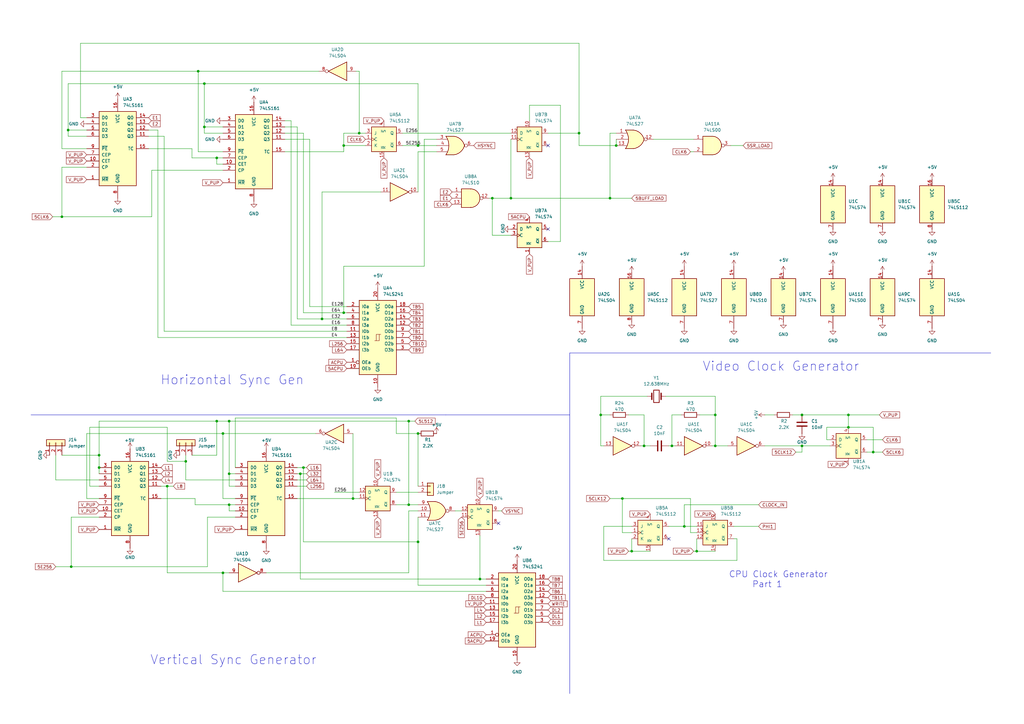
<source format=kicad_sch>
(kicad_sch (version 20250114) (generator "eeschema") (generator_version "9.0")
  (paper "A3")
  (text "Horizontal Sync Gen" (at 95.25 155.956 0) (effects (font (size 3.81 3.81))))
  (text "CPU Clock Generator\n	Part 1" (at 298.958 237.744 0) (effects (font (size 2.54 2.54)) (justify left)))
  (text "Vertical Sync Generator" (at 95.758 270.764 0) (effects (font (size 3.81 3.81))))
  (text "Video Clock Generator" (at 320.294 150.368 0) (effects (font (size 3.81 3.81))))
  (junction (at 347.98 170.18))
  (junction (at 293.37 182.88))
  (junction (at 259.08 226.06))
  (junction (at 83.82 34.29))
  (junction (at 124.46 191.77))
  (junction (at 275.59 182.88))
  (junction (at 246.38 170.18))
  (junction (at 40.64 191.77))
  (junction (at 140.97 59.69))
  (junction (at 147.32 54.61))
  (junction (at 81.28 29.21))
  (junction (at 88.9 172.72))
  (junction (at 171.45 177.8))
  (junction (at 171.45 222.25))
  (junction (at 91.44 177.8))
  (junction (at 27.94 53.34))
  (junction (at 328.93 182.88))
  (junction (at 285.75 226.06))
  (junction (at 358.14 185.42))
  (junction (at 123.19 194.31))
  (junction (at 25.4 88.9))
  (junction (at 29.21 232.41))
  (junction (at 264.16 182.88))
  (junction (at 93.98 172.72))
  (junction (at 93.98 194.31))
  (junction (at 167.64 172.72))
  (junction (at 88.9 64.77))
  (junction (at 140.97 128.27))
  (junction (at 293.37 170.18))
  (junction (at 167.64 207.01))
  (junction (at 93.98 207.01))
  (junction (at 196.85 237.49))
  (junction (at 252.73 59.69))
  (junction (at 132.08 130.81))
  (junction (at 171.45 59.69))
  (junction (at 68.58 199.39))
  (junction (at 144.78 204.47))
  (junction (at 328.93 170.18))
  (junction (at 76.2 189.23))
  (junction (at 280.67 215.9))
  (junction (at 91.44 234.95))
  (junction (at 250.19 81.28))
  (junction (at 209.55 81.28))
  (junction (at 255.27 204.47))
  (junction (at 201.93 81.28))
  (junction (at 347.98 175.26))
  (junction (at 40.64 186.69))
  (junction (at 237.49 54.61))
  (junction (at 83.82 52.07))
  (no_connect (at 224.79 59.69))
  (no_connect (at 224.79 93.98))
  (no_connect (at 274.32 220.98))
  (no_connect (at 204.47 214.63))
  (wire (pts (xy 275.59 170.18) (xy 275.59 182.88)))
  (wire (pts (xy 66.04 199.39) (xy 68.58 199.39)))
  (wire (pts (xy 274.32 182.88) (xy 275.59 182.88)))
  (wire (pts (xy 171.45 177.8) (xy 171.45 199.39)))
  (wire (pts (xy 83.82 34.29) (xy 83.82 52.07)))
  (wire (pts (xy 78.74 186.69) (xy 88.9 186.69)))
  (wire (pts (xy 67.31 135.89) (xy 142.24 135.89)))
  (wire (pts (xy 252.73 54.61) (xy 250.19 54.61)))
  (wire (pts (xy 300.99 215.9) (xy 311.15 215.9)))
  (wire (pts (xy 171.45 34.29) (xy 83.82 34.29)))
  (wire (pts (xy 121.92 199.39) (xy 125.73 199.39)))
  (wire (pts (xy 137.16 201.93) (xy 147.32 201.93)))
  (wire (pts (xy 140.97 62.23) (xy 140.97 59.69)))
  (wire (pts (xy 264.16 182.88) (xy 266.7 182.88)))
  (wire (pts (xy 162.56 171.45) (xy 162.56 177.8)))
  (wire (pts (xy 80.01 207.01) (xy 93.98 207.01)))
  (wire (pts (xy 339.09 180.34) (xy 339.09 175.26)))
  (wire (pts (xy 25.4 29.21) (xy 81.28 29.21)))
  (wire (pts (xy 247.65 229.87) (xy 247.65 215.9)))
  (wire (pts (xy 313.69 182.88) (xy 328.93 182.88)))
  (wire (pts (xy 224.79 99.06) (xy 229.87 99.06)))
  (wire (pts (xy 40.64 191.77) (xy 40.64 186.69)))
  (wire (pts (xy 229.87 99.06) (xy 229.87 43.18)))
  (wire (pts (xy 173.99 57.15) (xy 173.99 109.22)))
  (wire (pts (xy 85.09 212.09) (xy 85.09 232.41)))
  (wire (pts (xy 280.67 207.01) (xy 280.67 215.9)))
  (wire (pts (xy 237.49 54.61) (xy 237.49 17.78)))
  (wire (pts (xy 167.64 172.72) (xy 93.98 172.72)))
  (polyline (pts (xy 12.7 170.18) (xy 182.88 170.18)))
  (wire (pts (xy 328.93 182.88) (xy 340.36 182.88)))
  (wire (pts (xy 91.44 242.57) (xy 91.44 234.95)))
  (wire (pts (xy 140.97 59.69) (xy 140.97 54.61)))
  (polyline (pts (xy 233.68 170.18) (xy 233.68 284.48)))
  (wire (pts (xy 66.04 204.47) (xy 80.01 204.47)))
  (wire (pts (xy 300.99 220.98) (xy 302.26 220.98)))
  (wire (pts (xy 83.82 54.61) (xy 83.82 52.07)))
  (wire (pts (xy 93.98 207.01) (xy 96.52 207.01)))
  (wire (pts (xy 124.46 191.77) (xy 121.92 191.77)))
  (wire (pts (xy 78.74 64.77) (xy 88.9 64.77)))
  (wire (pts (xy 93.98 194.31) (xy 96.52 194.31)))
  (wire (pts (xy 326.39 185.42) (xy 328.93 185.42)))
  (wire (pts (xy 165.1 59.69) (xy 171.45 59.69)))
  (wire (pts (xy 121.92 196.85) (xy 125.73 196.85)))
  (wire (pts (xy 35.56 60.96) (xy 25.4 60.96)))
  (wire (pts (xy 124.46 191.77) (xy 125.73 191.77)))
  (wire (pts (xy 264.16 170.18) (xy 264.16 182.88)))
  (wire (pts (xy 40.64 172.72) (xy 88.9 172.72)))
  (wire (pts (xy 33.02 17.78) (xy 33.02 48.26)))
  (wire (pts (xy 91.44 67.31) (xy 88.9 67.31)))
  (wire (pts (xy 78.74 60.96) (xy 78.74 64.77)))
  (wire (pts (xy 339.09 175.26) (xy 347.98 175.26)))
  (wire (pts (xy 67.31 55.88) (xy 67.31 135.89)))
  (wire (pts (xy 147.32 54.61) (xy 149.86 54.61)))
  (wire (pts (xy 140.97 59.69) (xy 149.86 59.69)))
  (wire (pts (xy 124.46 222.25) (xy 124.46 191.77)))
  (wire (pts (xy 91.44 54.61) (xy 83.82 54.61)))
  (wire (pts (xy 64.77 53.34) (xy 64.77 138.43)))
  (wire (pts (xy 60.96 60.96) (xy 78.74 60.96)))
  (wire (pts (xy 36.83 175.26) (xy 68.58 175.26)))
  (wire (pts (xy 123.19 237.49) (xy 123.19 194.31)))
  (wire (pts (xy 91.44 177.8) (xy 91.44 204.47)))
  (wire (pts (xy 62.23 69.85) (xy 62.23 88.9)))
  (wire (pts (xy 91.44 69.85) (xy 62.23 69.85)))
  (wire (pts (xy 285.75 220.98) (xy 285.75 226.06)))
  (wire (pts (xy 283.21 218.44) (xy 283.21 204.47)))
  (wire (pts (xy 35.56 55.88) (xy 27.94 55.88)))
  (polyline (pts (xy 233.68 170.18) (xy 233.68 144.78)))
  (wire (pts (xy 285.75 218.44) (xy 283.21 218.44)))
  (wire (pts (xy 123.19 194.31) (xy 125.73 194.31)))
  (wire (pts (xy 162.56 177.8) (xy 171.45 177.8)))
  (wire (pts (xy 246.38 170.18) (xy 246.38 182.88)))
  (wire (pts (xy 68.58 234.95) (xy 68.58 199.39)))
  (wire (pts (xy 127 125.73) (xy 142.24 125.73)))
  (wire (pts (xy 25.4 68.58) (xy 35.56 68.58)))
  (wire (pts (xy 68.58 175.26) (xy 68.58 189.23)))
  (wire (pts (xy 246.38 182.88) (xy 247.65 182.88)))
  (wire (pts (xy 121.92 130.81) (xy 132.08 130.81)))
  (wire (pts (xy 40.64 204.47) (xy 35.56 204.47)))
  (wire (pts (xy 116.84 57.15) (xy 127 57.15)))
  (wire (pts (xy 64.77 138.43) (xy 142.24 138.43)))
  (wire (pts (xy 299.72 59.69) (xy 304.8 59.69)))
  (wire (pts (xy 93.98 199.39) (xy 93.98 194.31)))
  (wire (pts (xy 328.93 170.18) (xy 347.98 170.18)))
  (wire (pts (xy 68.58 199.39) (xy 71.12 199.39)))
  (wire (pts (xy 287.02 170.18) (xy 293.37 170.18)))
  (wire (pts (xy 201.93 96.52) (xy 201.93 81.28)))
  (wire (pts (xy 83.82 52.07) (xy 91.44 52.07)))
  (wire (pts (xy 358.14 175.26) (xy 358.14 185.42)))
  (wire (pts (xy 81.28 62.23) (xy 81.28 29.21)))
  (wire (pts (xy 162.56 207.01) (xy 167.64 207.01)))
  (wire (pts (xy 91.44 204.47) (xy 96.52 204.47)))
  (wire (pts (xy 250.19 81.28) (xy 259.08 81.28)))
  (wire (pts (xy 199.39 242.57) (xy 91.44 242.57)))
  (wire (pts (xy 116.84 52.07) (xy 121.92 52.07)))
  (wire (pts (xy 88.9 64.77) (xy 91.44 64.77)))
  (wire (pts (xy 171.45 240.03) (xy 171.45 222.25)))
  (wire (pts (xy 358.14 185.42) (xy 361.95 185.42)))
  (wire (pts (xy 140.97 109.22) (xy 140.97 128.27)))
  (wire (pts (xy 179.07 57.15) (xy 173.99 57.15)))
  (wire (pts (xy 209.55 81.28) (xy 201.93 81.28)))
  (wire (pts (xy 285.75 226.06) (xy 284.48 226.06)))
  (wire (pts (xy 186.69 209.55) (xy 189.23 209.55)))
  (wire (pts (xy 285.75 226.06) (xy 293.37 226.06)))
  (wire (pts (xy 246.38 162.56) (xy 246.38 170.18)))
  (wire (pts (xy 140.97 128.27) (xy 142.24 128.27)))
  (wire (pts (xy 199.39 237.49) (xy 196.85 237.49)))
  (wire (pts (xy 162.56 201.93) (xy 171.45 201.93)))
  (wire (pts (xy 76.2 189.23) (xy 76.2 186.69)))
  (wire (pts (xy 237.49 17.78) (xy 33.02 17.78)))
  (wire (pts (xy 36.83 199.39) (xy 36.83 175.26)))
  (wire (pts (xy 68.58 189.23) (xy 76.2 189.23)))
  (wire (pts (xy 29.21 232.41) (xy 29.21 212.09)))
  (wire (pts (xy 124.46 128.27) (xy 140.97 128.27)))
  (wire (pts (xy 121.92 52.07) (xy 121.92 130.81)))
  (wire (pts (xy 360.68 170.18) (xy 347.98 170.18)))
  (wire (pts (xy 129.54 177.8) (xy 91.44 177.8)))
  (wire (pts (xy 121.92 204.47) (xy 144.78 204.47)))
  (wire (pts (xy 156.21 78.74) (xy 132.08 78.74)))
  (wire (pts (xy 280.67 215.9) (xy 285.75 215.9)))
  (wire (pts (xy 167.64 207.01) (xy 167.64 172.72)))
  (wire (pts (xy 88.9 186.69) (xy 88.9 172.72)))
  (wire (pts (xy 116.84 49.53) (xy 119.38 49.53)))
  (wire (pts (xy 204.47 209.55) (xy 205.74 209.55)))
  (wire (pts (xy 96.52 196.85) (xy 76.2 196.85)))
  (wire (pts (xy 347.98 175.26) (xy 358.14 175.26)))
  (wire (pts (xy 173.99 109.22) (xy 140.97 109.22)))
  (wire (pts (xy 91.44 234.95) (xy 68.58 234.95)))
  (wire (pts (xy 259.08 220.98) (xy 259.08 226.06)))
  (wire (pts (xy 124.46 54.61) (xy 124.46 128.27)))
  (wire (pts (xy 88.9 67.31) (xy 88.9 64.77)))
  (wire (pts (xy 255.27 204.47) (xy 255.27 218.44)))
  (wire (pts (xy 91.44 62.23) (xy 81.28 62.23)))
  (wire (pts (xy 355.6 180.34) (xy 361.95 180.34)))
  (wire (pts (xy 167.64 207.01) (xy 171.45 207.01)))
  (wire (pts (xy 217.17 43.18) (xy 217.17 49.53)))
  (wire (pts (xy 144.78 177.8) (xy 144.78 204.47)))
  (wire (pts (xy 146.05 29.21) (xy 147.32 29.21)))
  (wire (pts (xy 85.09 232.41) (xy 29.21 232.41)))
  (wire (pts (xy 80.01 204.47) (xy 80.01 207.01)))
  (wire (pts (xy 171.45 59.69) (xy 171.45 34.29)))
  (wire (pts (xy 88.9 172.72) (xy 93.98 172.72)))
  (wire (pts (xy 267.97 57.15) (xy 284.48 57.15)))
  (polyline (pts (xy 182.88 170.18) (xy 233.68 170.18)))
  (wire (pts (xy 93.98 209.55) (xy 93.98 207.01)))
  (wire (pts (xy 25.4 186.69) (xy 40.64 186.69)))
  (wire (pts (xy 293.37 162.56) (xy 293.37 170.18)))
  (wire (pts (xy 328.93 185.42) (xy 328.93 182.88)))
  (wire (pts (xy 358.14 185.42) (xy 355.6 185.42)))
  (wire (pts (xy 116.84 62.23) (xy 140.97 62.23)))
  (wire (pts (xy 147.32 29.21) (xy 147.32 54.61)))
  (wire (pts (xy 124.46 222.25) (xy 171.45 222.25)))
  (wire (pts (xy 257.81 170.18) (xy 264.16 170.18)))
  (wire (pts (xy 252.73 59.69) (xy 237.49 59.69)))
  (wire (pts (xy 247.65 215.9) (xy 259.08 215.9)))
  (wire (pts (xy 167.64 234.95) (xy 167.64 209.55)))
  (wire (pts (xy 255.27 218.44) (xy 259.08 218.44)))
  (wire (pts (xy 209.55 96.52) (xy 201.93 96.52)))
  (wire (pts (xy 119.38 133.35) (xy 142.24 133.35)))
  (wire (pts (xy 302.26 229.87) (xy 247.65 229.87)))
  (wire (pts (xy 340.36 180.34) (xy 339.09 180.34)))
  (wire (pts (xy 167.64 172.72) (xy 170.18 172.72)))
  (wire (pts (xy 132.08 130.81) (xy 142.24 130.81)))
  (wire (pts (xy 27.94 55.88) (xy 27.94 53.34)))
  (wire (pts (xy 25.4 68.58) (xy 25.4 88.9)))
  (wire (pts (xy 171.45 62.23) (xy 179.07 62.23)))
  (polyline (pts (xy 233.68 144.78) (xy 406.4 144.78)))
  (wire (pts (xy 250.19 170.18) (xy 246.38 170.18)))
  (wire (pts (xy 132.08 78.74) (xy 132.08 130.81)))
  (wire (pts (xy 60.96 53.34) (xy 64.77 53.34)))
  (wire (pts (xy 201.93 81.28) (xy 200.66 81.28)))
  (wire (pts (xy 40.64 191.77) (xy 40.64 194.31)))
  (wire (pts (xy 93.98 172.72) (xy 93.98 194.31)))
  (wire (pts (xy 140.97 54.61) (xy 147.32 54.61)))
  (wire (pts (xy 283.21 62.23) (xy 284.48 62.23)))
  (wire (pts (xy 22.86 186.69) (xy 22.86 196.85)))
  (wire (pts (xy 250.19 204.47) (xy 255.27 204.47)))
  (wire (pts (xy 250.19 54.61) (xy 250.19 81.28)))
  (wire (pts (xy 109.22 234.95) (xy 167.64 234.95)))
  (wire (pts (xy 274.32 215.9) (xy 280.67 215.9)))
  (wire (pts (xy 96.52 171.45) (xy 162.56 171.45)))
  (wire (pts (xy 171.45 59.69) (xy 179.07 59.69)))
  (wire (pts (xy 302.26 220.98) (xy 302.26 229.87)))
  (wire (pts (xy 40.64 199.39) (xy 36.83 199.39)))
  (wire (pts (xy 237.49 59.69) (xy 237.49 54.61)))
  (wire (pts (xy 27.94 34.29) (xy 83.82 34.29)))
  (wire (pts (xy 275.59 182.88) (xy 276.86 182.88)))
  (wire (pts (xy 96.52 209.55) (xy 93.98 209.55)))
  (wire (pts (xy 27.94 53.34) (xy 27.94 34.29)))
  (wire (pts (xy 35.56 53.34) (xy 27.94 53.34)))
  (wire (pts (xy 293.37 170.18) (xy 293.37 182.88)))
  (wire (pts (xy 123.19 237.49) (xy 196.85 237.49)))
  (wire (pts (xy 196.85 219.71) (xy 196.85 237.49)))
  (wire (pts (xy 252.73 57.15) (xy 252.73 59.69)))
  (wire (pts (xy 96.52 212.09) (xy 85.09 212.09)))
  (wire (pts (xy 96.52 199.39) (xy 93.98 199.39)))
  (wire (pts (xy 259.08 226.06) (xy 266.7 226.06)))
  (wire (pts (xy 167.64 209.55) (xy 171.45 209.55)))
  (wire (pts (xy 171.45 212.09) (xy 171.45 222.25)))
  (wire (pts (xy 265.43 162.56) (xy 246.38 162.56)))
  (wire (pts (xy 60.96 55.88) (xy 67.31 55.88)))
  (wire (pts (xy 292.1 182.88) (xy 293.37 182.88)))
  (wire (pts (xy 209.55 81.28) (xy 250.19 81.28)))
  (wire (pts (xy 209.55 57.15) (xy 209.55 81.28)))
  (wire (pts (xy 29.21 212.09) (xy 40.64 212.09)))
  (wire (pts (xy 96.52 191.77) (xy 96.52 171.45)))
  (wire (pts (xy 40.64 186.69) (xy 40.64 172.72)))
  (wire (pts (xy 199.39 240.03) (xy 171.45 240.03)))
  (wire (pts (xy 81.28 29.21) (xy 130.81 29.21)))
  (wire (pts (xy 21.59 88.9) (xy 25.4 88.9)))
  (wire (pts (xy 171.45 62.23) (xy 171.45 78.74)))
  (wire (pts (xy 127 57.15) (xy 127 125.73)))
  (wire (pts (xy 91.44 234.95) (xy 93.98 234.95)))
  (wire (pts (xy 144.78 204.47) (xy 147.32 204.47)))
  (wire (pts (xy 229.87 43.18) (xy 217.17 43.18)))
  (wire (pts (xy 347.98 170.18) (xy 347.98 175.26)))
  (wire (pts (xy 22.86 196.85) (xy 40.64 196.85)))
  (wire (pts (xy 116.84 54.61) (xy 124.46 54.61)))
  (wire (pts (xy 33.02 48.26) (xy 35.56 48.26)))
  (wire (pts (xy 35.56 177.8) (xy 91.44 177.8)))
  (wire (pts (xy 35.56 204.47) (xy 35.56 177.8)))
  (wire (pts (xy 279.4 170.18) (xy 275.59 170.18)))
  (wire (pts (xy 259.08 226.06) (xy 257.81 226.06)))
  (wire (pts (xy 283.21 204.47) (xy 255.27 204.47)))
  (wire (pts (xy 76.2 196.85) (xy 76.2 189.23)))
  (wire (pts (xy 165.1 54.61) (xy 209.55 54.61)))
  (wire (pts (xy 121.92 194.31) (xy 123.19 194.31)))
  (wire (pts (xy 25.4 60.96) (xy 25.4 29.21)))
  (wire (pts (xy 293.37 182.88) (xy 298.45 182.88)))
  (wire (pts (xy 262.89 182.88) (xy 264.16 182.88)))
  (wire (pts (xy 224.79 54.61) (xy 237.49 54.61)))
  (wire (pts (xy 313.69 170.18) (xy 317.5 170.18)))
  (wire (pts (xy 311.15 207.01) (xy 280.67 207.01)))
  (wire (pts (xy 22.86 232.41) (xy 29.21 232.41)))
  (wire (pts (xy 273.05 162.56) (xy 293.37 162.56)))
  (wire (pts (xy 325.12 170.18) (xy 328.93 170.18)))
  (wire (pts (xy 62.23 88.9) (xy 25.4 88.9)))
  (wire (pts (xy 119.38 49.53) (xy 119.38 133.35)))
  (label "E256" (at 137.16 201.93 0))
  (label "E16" (at 135.89 133.35 0))
  (label "E256" (at 166.37 54.61 0))
  (label "E128" (at 135.89 125.73 0))
  (label "E64" (at 135.89 128.27 0))
  (label "E4" (at 135.89 138.43 0))
  (label "E32" (at 135.89 130.81 0))
  (label "5E256" (at 166.37 59.69 0))
  (label "E8" (at 135.89 135.89 0))
  (global_label "E2" (shape input) (at 185.42 78.74 180) (property "Intersheetrefs" "${INTERSHEET_REFS}" (effects (hide yes))))
  (global_label "5CLK12" (shape input) (at 250.19 204.47 180) (property "Intersheetrefs" "${INTERSHEET_REFS}" (effects (hide yes))))
  (global_label "TB5" (shape input) (at 167.64 125.73 0) (property "Intersheetrefs" "${INTERSHEET_REFS}" (effects (hide yes))))
  (global_label "V_PUP" (shape input) (at 40.64 209.55 180) (property "Intersheetrefs" "${INTERSHEET_REFS}" (effects (hide yes))))
  (global_label "DL0" (shape input) (at 224.79 255.27 0) (property "Intersheetrefs" "${INTERSHEET_REFS}" (effects (hide yes))))
  (global_label "ACPU" (shape input) (at 199.39 260.35 180) (property "Intersheetrefs" "${INTERSHEET_REFS}" (effects (hide yes))))
  (global_label "TB2" (shape input) (at 167.64 133.35 0) (property "Intersheetrefs" "${INTERSHEET_REFS}" (effects (hide yes))))
  (global_label "V_PUP" (shape input) (at 154.94 212.09 270) (property "Intersheetrefs" "${INTERSHEET_REFS}" (effects (hide yes))))
  (global_label "V_PUP" (shape input) (at 96.52 217.17 180) (property "Intersheetrefs" "${INTERSHEET_REFS}" (effects (hide yes))))
  (global_label "5BUFF_LOAD" (shape input) (at 259.08 81.28 0) (property "Intersheetrefs" "${INTERSHEET_REFS}" (effects (hide yes))))
  (global_label "V_PUP" (shape input) (at 217.17 104.14 270) (property "Intersheetrefs" "${INTERSHEET_REFS}" (effects (hide yes))))
  (global_label "5ACPU" (shape input) (at 217.17 88.9 180) (property "Intersheetrefs" "${INTERSHEET_REFS}" (effects (hide yes))))
  (global_label "VSYNC" (shape input) (at 205.74 209.55 0) (property "Intersheetrefs" "${INTERSHEET_REFS}" (effects (hide yes))))
  (global_label "L2" (shape input) (at 199.39 252.73 180) (property "Intersheetrefs" "${INTERSHEET_REFS}" (effects (hide yes))))
  (global_label "CLK6" (shape input) (at 185.42 83.82 180) (property "Intersheetrefs" "${INTERSHEET_REFS}" (effects (hide yes))))
  (global_label "V_PUP" (shape input) (at 196.85 204.47 90) (property "Intersheetrefs" "${INTERSHEET_REFS}" (effects (hide yes))))
  (global_label "V_PUP" (shape input) (at 199.39 247.65 180) (property "Intersheetrefs" "${INTERSHEET_REFS}" (effects (hide yes))))
  (global_label "V_PUP" (shape input) (at 257.81 226.06 180) (property "Intersheetrefs" "${INTERSHEET_REFS}" (effects (hide yes))))
  (global_label "E1" (shape input) (at 185.42 81.28 180) (property "Intersheetrefs" "${INTERSHEET_REFS}" (effects (hide yes))))
  (global_label "TB11" (shape input) (at 224.79 245.11 0) (property "Intersheetrefs" "${INTERSHEET_REFS}" (effects (hide yes))))
  (global_label "HSYNC" (shape input) (at 194.31 59.69 0) (property "Intersheetrefs" "${INTERSHEET_REFS}" (effects (hide yes))))
  (global_label "V_PUP" (shape input) (at 91.44 74.93 180) (property "Intersheetrefs" "${INTERSHEET_REFS}" (effects (hide yes))))
  (global_label "DL1" (shape input) (at 224.79 252.73 0) (property "Intersheetrefs" "${INTERSHEET_REFS}" (effects (hide yes))))
  (global_label "CLK6" (shape input) (at 283.21 62.23 180) (property "Intersheetrefs" "${INTERSHEET_REFS}" (effects (hide yes))))
  (global_label "5SR_LOAD" (shape input) (at 304.8 59.69 0) (property "Intersheetrefs" "${INTERSHEET_REFS}" (effects (hide yes))))
  (global_label "L1" (shape input) (at 66.04 191.77 0) (property "Intersheetrefs" "${INTERSHEET_REFS}" (effects (hide yes))))
  (global_label "V_PUP" (shape input) (at 35.56 73.66 180) (property "Intersheetrefs" "${INTERSHEET_REFS}" (effects (hide yes))))
  (global_label "L64" (shape input) (at 125.73 196.85 0) (property "Intersheetrefs" "${INTERSHEET_REFS}" (effects (hide yes))))
  (global_label "V_PUP" (shape input) (at 40.64 217.17 180) (property "Intersheetrefs" "${INTERSHEET_REFS}" (effects (hide yes))))
  (global_label "E2" (shape input) (at 60.96 50.8 0) (property "Intersheetrefs" "${INTERSHEET_REFS}" (effects (hide yes))))
  (global_label "PHI1" (shape input) (at 311.15 215.9 0) (property "Intersheetrefs" "${INTERSHEET_REFS}" (effects (hide yes))))
  (global_label "5CLK6" (shape input) (at 21.59 88.9 180) (property "Intersheetrefs" "${INTERSHEET_REFS}" (effects (hide yes))))
  (global_label "L4" (shape input) (at 66.04 196.85 0) (property "Intersheetrefs" "${INTERSHEET_REFS}" (effects (hide yes))))
  (global_label "V_PUP" (shape input) (at 266.7 210.82 180) (property "Intersheetrefs" "${INTERSHEET_REFS}" (effects (hide yes))))
  (global_label "TB4" (shape input) (at 167.64 128.27 0) (property "Intersheetrefs" "${INTERSHEET_REFS}" (effects (hide yes))))
  (global_label "E1" (shape input) (at 60.96 48.26 0) (property "Intersheetrefs" "${INTERSHEET_REFS}" (effects (hide yes))))
  (global_label "5CLK6" (shape input) (at 361.95 185.42 0) (property "Intersheetrefs" "${INTERSHEET_REFS}" (effects (hide yes))))
  (global_label "V_PUP" (shape input) (at 360.68 170.18 0) (property "Intersheetrefs" "${INTERSHEET_REFS}" (effects (hide yes))))
  (global_label "TB6" (shape input) (at 224.79 242.57 0) (property "Intersheetrefs" "${INTERSHEET_REFS}" (effects (hide yes))))
  (global_label "V_PUP" (shape input) (at 157.48 64.77 270) (property "Intersheetrefs" "${INTERSHEET_REFS}" (effects (hide yes))))
  (global_label "TB9" (shape input) (at 167.64 143.51 0) (property "Intersheetrefs" "${INTERSHEET_REFS}" (effects (hide yes))))
  (global_label "V_PUP" (shape input) (at 154.94 196.85 90) (property "Intersheetrefs" "${INTERSHEET_REFS}" (effects (hide yes))))
  (global_label "V_PUP" (shape input) (at 40.64 207.01 180) (property "Intersheetrefs" "${INTERSHEET_REFS}" (effects (hide yes))))
  (global_label "DL2" (shape input) (at 224.79 250.19 0) (property "Intersheetrefs" "${INTERSHEET_REFS}" (effects (hide yes))))
  (global_label "TB0" (shape input) (at 167.64 138.43 0) (property "Intersheetrefs" "${INTERSHEET_REFS}" (effects (hide yes))))
  (global_label "L256" (shape input) (at 125.73 199.39 0) (property "Intersheetrefs" "${INTERSHEET_REFS}" (effects (hide yes))))
  (global_label "5ACPU" (shape input) (at 142.24 151.13 180) (property "Intersheetrefs" "${INTERSHEET_REFS}" (effects (hide yes))))
  (global_label "V_PUP" (shape input) (at 284.48 226.06 180) (property "Intersheetrefs" "${INTERSHEET_REFS}" (effects (hide yes))))
  (global_label "CLK6" (shape input) (at 149.86 57.15 180) (property "Intersheetrefs" "${INTERSHEET_REFS}" (effects (hide yes))))
  (global_label "5L512" (shape input) (at 170.18 172.72 0) (property "Intersheetrefs" "${INTERSHEET_REFS}" (effects (hide yes))))
  (global_label "TB7" (shape input) (at 224.79 240.03 0) (property "Intersheetrefs" "${INTERSHEET_REFS}" (effects (hide yes))))
  (global_label "L256" (shape input) (at 142.24 140.97 180) (property "Intersheetrefs" "${INTERSHEET_REFS}" (effects (hide yes))))
  (global_label "TB3" (shape input) (at 167.64 130.81 0) (property "Intersheetrefs" "${INTERSHEET_REFS}" (effects (hide yes))))
  (global_label "5CLK12" (shape input) (at 326.39 185.42 180) (property "Intersheetrefs" "${INTERSHEET_REFS}" (effects (hide yes))))
  (global_label "V_PUP" (shape input) (at 157.48 49.53 180) (property "Intersheetrefs" "${INTERSHEET_REFS}" (effects (hide yes))))
  (global_label "5E256" (shape input) (at 22.86 232.41 180) (property "Intersheetrefs" "${INTERSHEET_REFS}" (effects (hide yes))))
  (global_label "ACPU" (shape input) (at 142.24 148.59 180) (property "Intersheetrefs" "${INTERSHEET_REFS}" (effects (hide yes))))
  (global_label "CLOCK_IN" (shape input) (at 311.15 207.01 0) (property "Intersheetrefs" "${INTERSHEET_REFS}" (effects (hide yes))))
  (global_label "L64" (shape input) (at 142.24 143.51 180) (property "Intersheetrefs" "${INTERSHEET_REFS}" (effects (hide yes))))
  (global_label "L4" (shape input) (at 199.39 250.19 180) (property "Intersheetrefs" "${INTERSHEET_REFS}" (effects (hide yes))))
  (global_label "V_PUP" (shape input) (at 35.56 63.5 180) (property "Intersheetrefs" "${INTERSHEET_REFS}" (effects (hide yes))))
  (global_label "5ACPU" (shape input) (at 199.39 262.89 180) (property "Intersheetrefs" "${INTERSHEET_REFS}" (effects (hide yes))))
  (global_label "L16" (shape input) (at 125.73 191.77 0) (property "Intersheetrefs" "${INTERSHEET_REFS}" (effects (hide yes))))
  (global_label "V_PUP" (shape input) (at 347.98 190.5 180) (property "Intersheetrefs" "${INTERSHEET_REFS}" (effects (hide yes))))
  (global_label "V_PUP" (shape input) (at 35.56 66.04 180) (property "Intersheetrefs" "${INTERSHEET_REFS}" (effects (hide yes))))
  (global_label "L2" (shape input) (at 66.04 194.31 0) (property "Intersheetrefs" "${INTERSHEET_REFS}" (effects (hide yes))))
  (global_label "TB1" (shape input) (at 167.64 135.89 0) (property "Intersheetrefs" "${INTERSHEET_REFS}" (effects (hide yes))))
  (global_label "L1" (shape input) (at 199.39 255.27 180) (property "Intersheetrefs" "${INTERSHEET_REFS}" (effects (hide yes))))
  (global_label "TB10" (shape input) (at 167.64 140.97 0) (property "Intersheetrefs" "${INTERSHEET_REFS}" (effects (hide yes))))
  (global_label "CLK6" (shape input) (at 361.95 180.34 0) (property "Intersheetrefs" "${INTERSHEET_REFS}" (effects (hide yes))))
  (global_label "5E256" (shape input) (at 189.23 212.09 270) (property "Intersheetrefs" "${INTERSHEET_REFS}" (effects (hide yes))))
  (global_label "L8" (shape input) (at 71.12 199.39 0) (property "Intersheetrefs" "${INTERSHEET_REFS}" (effects (hide yes))))
  (global_label "TB8" (shape input) (at 224.79 237.49 0) (property "Intersheetrefs" "${INTERSHEET_REFS}" (effects (hide yes))))
  (global_label "WRITE" (shape input) (at 224.79 247.65 0) (property "Intersheetrefs" "${INTERSHEET_REFS}" (effects (hide yes))))
  (global_label "L32" (shape input) (at 125.73 194.31 0) (property "Intersheetrefs" "${INTERSHEET_REFS}" (effects (hide yes))))
  (global_label "V_PUP" (shape input) (at 293.37 210.82 180) (property "Intersheetrefs" "${INTERSHEET_REFS}" (effects (hide yes))))
  (global_label "V_PUP" (shape input) (at 217.17 64.77 270) (property "Intersheetrefs" "${INTERSHEET_REFS}" (effects (hide yes))))
  (global_label "DL10" (shape input) (at 199.39 245.11 180) (property "Intersheetrefs" "${INTERSHEET_REFS}" (effects (hide yes))))
  (symbol (lib_id "74xx:74LS04") (at 306.07 182.88 0) (unit 3)
    (property "Reference" "UA1" (at 306.07 173.99 0))
    (property "Value" "74LS04" (at 306.07 176.53 0))
    (property "Footprint" "Package_DIP:DIP-14_W7.62mm" (effects (hide yes)))
    (property "Datasheet" "http://www.ti.com/lit/gpn/sn74LS04" (effects (hide yes)))
    (property "Description" "Hex Inverter" (effects (hide yes)))
  )
  (symbol (lib_id "74xx:74LS112") (at 157.48 57.15 0) (unit 1)
    (property "Reference" "UA5" (at 159.6233 46.99 0) (effects (justify left)))
    (property "Value" "74LS112" (at 159.6233 49.53 0) (effects (justify left)))
    (property "Footprint" "Package_DIP:DIP-16_W7.62mm" (effects (hide yes)))
    (property "Datasheet" "http://www.ti.com/lit/gpn/sn74LS112" (effects (hide yes)))
    (property "Description" "dual JK Flip-Flop, Set & Reset" (effects (hide yes)))
  )
  (symbol (lib_id "power:+5V") (at 382.27 73.66 0) (unit 1)
    (property "Reference" "#PWR040" (effects (hide yes)))
    (property "Value" "+5V" (at 382.27 68.58 0))
    (property "Description" "Power symbol creates a global label with name \"+5V\"" (effects (hide yes)))
  )
  (symbol (lib_id "Device:Crystal") (at 269.24 162.56 0) (unit 1)
    (property "Reference" "Y1" (at 269.24 154.94 0))
    (property "Value" "12.638MHz" (at 269.24 157.48 0))
    (property "Footprint" "Crystal:Crystal_HC18-U_Vertical" (effects (hide yes)))
    (property "Description" "Two pin crystal" (effects (hide yes)))
  )
  (symbol (lib_id "power:+5V") (at 300.99 109.22 0) (unit 1)
    (property "Reference" "#PWR012" (effects (hide yes)))
    (property "Value" "+5V" (at 300.99 104.14 0))
    (property "Description" "Power symbol creates a global label with name \"+5V\"" (effects (hide yes)))
  )
  (symbol (lib_id "74xx:74LS112") (at 293.37 218.44 0) (unit 2)
    (property "Reference" "UB5" (at 295.5133 208.28 0) (effects (justify left)))
    (property "Value" "74LS112" (at 295.5133 210.82 0) (effects (justify left)))
    (property "Datasheet" "http://www.ti.com/lit/gpn/sn74LS112" (effects (hide yes)))
    (property "Description" "dual JK Flip-Flop, Set & Reset" (effects (hide yes)))
  )
  (symbol (lib_id "74xx:74LS04") (at 238.76 121.92 0) (unit 7)
    (property "Reference" "UA2" (at 245.11 120.6499 0) (effects (justify left)))
    (property "Value" "74LS04" (at 245.11 123.1899 0) (effects (justify left)))
    (property "Footprint" "Package_DIP:DIP-14_W7.62mm" (effects (hide yes)))
    (property "Datasheet" "http://www.ti.com/lit/gpn/sn74LS04" (effects (hide yes)))
    (property "Description" "Hex Inverter" (effects (hide yes)))
  )
  (symbol (lib_id "power:GND") (at 20.32 186.69 270) (unit 1)
    (property "Reference" "#PWR030" (effects (hide yes)))
    (property "Value" "GND" (at 16.51 188.722 0) (effects (justify right)))
    (property "Description" "Power symbol creates a global label with name \"GND\" , ground" (effects (hide yes)))
  )
  (symbol (lib_id "power:GND") (at 48.26 81.28 0) (unit 1)
    (property "Reference" "#PWR07" (effects (hide yes)))
    (property "Value" "GND" (at 48.26 86.36 0))
    (property "Description" "Power symbol creates a global label with name \"GND\" , ground" (effects (hide yes)))
  )
  (symbol (lib_id "74xx:74LS74") (at 217.17 57.15 0) (unit 2)
    (property "Reference" "UB7" (at 219.3133 46.99 0) (effects (justify left)))
    (property "Value" "74LS74" (at 219.3133 49.53 0) (effects (justify left)))
    (property "Footprint" "Package_DIP:DIP-14_W7.62mm" (effects (hide yes)))
    (property "Datasheet" "74xx/74hc_hct74.pdf" (effects (hide yes)))
    (property "Description" "Dual D Flip-flop, Set & Reset" (effects (hide yes)))
  )
  (symbol (lib_id "74xx:74LS04") (at 101.6 234.95 0) (unit 4)
    (property "Reference" "UA1" (at 99.314 227.076 0))
    (property "Value" "74LS04" (at 99.314 229.616 0))
    (property "Footprint" "Package_DIP:DIP-14_W7.62mm" (effects (hide yes)))
    (property "Datasheet" "http://www.ti.com/lit/gpn/sn74LS04" (effects (hide yes)))
    (property "Description" "Hex Inverter" (effects (hide yes)))
  )
  (symbol (lib_id "power:GND") (at 212.09 270.51 0) (unit 1)
    (property "Reference" "#PWR035" (effects (hide yes)))
    (property "Value" "GND" (at 212.09 275.59 0))
    (property "Description" "Power symbol creates a global label with name \"GND\" , ground" (effects (hide yes)))
  )
  (symbol (lib_id "74xx:74LS27") (at 179.07 209.55 0) (unit 3)
    (property "Reference" "UA7" (at 178.308 214.63 0))
    (property "Value" "74LS27" (at 178.308 217.17 0))
    (property "Footprint" "Package_DIP:DIP-14_W7.62mm" (effects (hide yes)))
    (property "Datasheet" "http://www.ti.com/lit/gpn/sn74LS27" (effects (hide yes)))
    (property "Description" "Triple 3-input NOR" (effects (hide yes)))
  )
  (symbol (lib_id "74xx:74LS241") (at 154.94 138.43 0) (unit 1)
    (property "Reference" "UA4" (at 157.0833 118.11 0) (effects (justify left)))
    (property "Value" "74LS241" (at 157.0833 120.65 0) (effects (justify left)))
    (property "Footprint" "Package_DIP:DIP-20_W7.62mm" (effects (hide yes)))
    (property "Datasheet" "http://www.ti.com/lit/ds/symlink/sn74ls241.pdf" (effects (hide yes)))
    (property "Description" "Octal Buffer and Line Driver With 3-State Output, complementary enables, non-inverting outputs" (effects (hide yes)))
  )
  (symbol (lib_id "power:+5V") (at 361.95 111.76 0) (unit 1)
    (property "Reference" "#PWR027" (effects (hide yes)))
    (property "Value" "+5V" (at 361.95 106.68 0))
    (property "Description" "Power symbol creates a global label with name \"+5V\"" (effects (hide yes)))
  )
  (symbol (lib_id "power:GND") (at 109.22 224.79 0) (unit 1)
    (property "Reference" "#PWR021" (effects (hide yes)))
    (property "Value" "GND" (at 109.22 229.87 0))
    (property "Description" "Power symbol creates a global label with name \"GND\" , ground" (effects (hide yes)))
  )
  (symbol (lib_id "power:+5V") (at 280.67 109.22 0) (unit 1)
    (property "Reference" "#PWR010" (effects (hide yes)))
    (property "Value" "+5V" (at 280.67 104.14 0))
    (property "Description" "Power symbol creates a global label with name \"+5V\"" (effects (hide yes)))
  )
  (symbol (lib_id "Connector_Generic:Conn_01x03") (at 22.86 181.61 90) (unit 1)
    (property "Reference" "J14" (at 27.94 180.3399 90) (effects (justify right)))
    (property "Value" "Jumper" (at 27.94 182.8799 90) (effects (justify right)))
    (property "Footprint" "Connector_PinHeader_2.54mm:PinHeader_1x03_P2.54mm_Vertical" (effects (hide yes)))
    (property "Description" "Generic connector, single row, 01x03, script generated (kicad-library-utils/schlib/autogen/connector/)" (effects (hide yes)))
  )
  (symbol (lib_id "74xx:74LS74") (at 217.17 96.52 0) (unit 1)
    (property "Reference" "UB7" (at 219.3133 86.36 0) (effects (justify left)))
    (property "Value" "74LS74" (at 219.3133 88.9 0) (effects (justify left)))
    (property "Footprint" "Package_DIP:DIP-14_W7.62mm" (effects (hide yes)))
    (property "Datasheet" "74xx/74hc_hct74.pdf" (effects (hide yes)))
    (property "Description" "Dual D Flip-flop, Set & Reset" (effects (hide yes)))
  )
  (symbol (lib_id "74xx:74LS74") (at 154.94 204.47 0) (unit 2)
    (property "Reference" "U1" (at 157.0833 194.31 0) (effects (justify left)))
    (property "Value" "74LS74" (at 157.0833 196.85 0) (effects (justify left)))
    (property "Footprint" "Package_DIP:DIP-14_W7.62mm" (effects (hide yes)))
    (property "Datasheet" "74xx/74hc_hct74.pdf" (effects (hide yes)))
    (property "Description" "Dual D Flip-flop, Set & Reset" (effects (hide yes)))
  )
  (symbol (lib_id "power:GND") (at 382.27 134.62 0) (unit 1)
    (property "Reference" "#PWR033" (effects (hide yes)))
    (property "Value" "GND" (at 382.27 139.7 0))
    (property "Description" "Power symbol creates a global label with name \"GND\" , ground" (effects (hide yes)))
  )
  (symbol (lib_id "74xx:74LS10") (at 300.99 121.92 0) (unit 4)
    (property "Reference" "UB8" (at 307.34 120.6499 0) (effects (justify left)))
    (property "Value" "74LS10" (at 307.34 123.1899 0) (effects (justify left)))
    (property "Footprint" "Package_DIP:DIP-14_W7.62mm" (effects (hide yes)))
    (property "Datasheet" "http://www.ti.com/lit/gpn/sn74LS10" (effects (hide yes)))
    (property "Description" "Triple 3-input NAND" (effects (hide yes)))
  )
  (symbol (lib_id "power:+5V") (at 259.08 111.76 0) (unit 1)
    (property "Reference" "#PWR04" (effects (hide yes)))
    (property "Value" "+5V" (at 259.08 106.68 0))
    (property "Description" "Power symbol creates a global label with name \"+5V\"" (effects (hide yes)))
  )
  (symbol (lib_id "power:GND") (at 91.44 57.15 270) (unit 1)
    (property "Reference" "#PWR015" (effects (hide yes)))
    (property "Value" "GND" (at 88.138 57.15 90) (effects (justify right)))
    (property "Description" "Power symbol creates a global label with name \"GND\" , ground" (effects (hide yes)))
  )
  (symbol (lib_id "power:+5V") (at 109.22 184.15 0) (unit 1)
    (property "Reference" "#PWR020" (effects (hide yes)))
    (property "Value" "+5V" (at 109.22 180.594 0))
    (property "Description" "Power symbol creates a global label with name \"+5V\"" (effects (hide yes)))
  )
  (symbol (lib_id "74xx:74LS161") (at 53.34 204.47 0) (unit 1)
    (property "Reference" "UB3" (at 55.4833 184.15 0) (effects (justify left)))
    (property "Value" "74LS161" (at 55.4833 186.69 0) (effects (justify left)))
    (property "Footprint" "Package_DIP:DIP-16_W7.62mm" (effects (hide yes)))
    (property "Datasheet" "http://www.ti.com/lit/gpn/sn74LS161" (effects (hide yes)))
    (property "Description" "Synchronous 4-bit programmable binary Counter" (effects (hide yes)))
  )
  (symbol (lib_id "power:GND") (at 328.93 177.8 0) (unit 1)
    (property "Reference" "#PWR038" (effects (hide yes)))
    (property "Value" "GND" (at 328.93 181.356 0))
    (property "Description" "Power symbol creates a global label with name \"GND\" , ground" (effects (hide yes)))
  )
  (symbol (lib_id "Device:C") (at 270.51 182.88 90) (unit 1)
    (property "Reference" "C2" (at 270.51 175.26 90))
    (property "Value" "10nF" (at 270.51 177.8 90))
    (property "Footprint" "Capacitor_THT:C_Disc_D4.3mm_W1.9mm_P5.00mm" (effects (hide yes)))
    (property "Description" "Unpolarized capacitor" (effects (hide yes)))
  )
  (symbol (lib_id "power:GND") (at 104.14 82.55 0) (unit 1)
    (property "Reference" "#PWR019" (effects (hide yes)))
    (property "Value" "GND" (at 104.14 87.63 0))
    (property "Description" "Power symbol creates a global label with name \"GND\" , ground" (effects (hide yes)))
  )
  (symbol (lib_id "Connector_Generic:Conn_01x02") (at 176.53 199.39 0) (unit 1)
    (property "Reference" "J18" (at 179.07 199.3899 0) (effects (justify left)))
    (property "Value" "Jumper" (at 179.07 201.9299 0) (effects (justify left)))
    (property "Footprint" "Connector_PinHeader_2.54mm:PinHeader_1x02_P2.54mm_Vertical" (effects (hide yes)))
    (property "Description" "Generic connector, single row, 01x02, script generated (kicad-library-utils/schlib/autogen/connector/)" (effects (hide yes)))
  )
  (symbol (lib_id "74xx:74LS74") (at 196.85 212.09 0) (unit 2)
    (property "Reference" "UB1" (at 198.9933 201.93 0) (effects (justify left)))
    (property "Value" "74LS74" (at 198.9933 204.47 0) (effects (justify left)))
    (property "Datasheet" "74xx/74hc_hct74.pdf" (effects (hide yes)))
    (property "Description" "Dual D Flip-flop, Set & Reset" (effects (hide yes)))
  )
  (symbol (lib_id "power:GND") (at 53.34 224.79 0) (unit 1)
    (property "Reference" "#PWR09" (effects (hide yes)))
    (property "Value" "GND" (at 53.34 228.6 0))
    (property "Description" "Power symbol creates a global label with name \"GND\" , ground" (effects (hide yes)))
  )
  (symbol (lib_id "power:GND") (at 73.66 186.69 270) (unit 1)
    (property "Reference" "#PWR029" (effects (hide yes)))
    (property "Value" "GND" (at 69.85 188.722 0) (effects (justify right)))
    (property "Description" "Power symbol creates a global label with name \"GND\" , ground" (effects (hide yes)))
  )
  (symbol (lib_id "power:GND") (at 300.99 134.62 0) (unit 1)
    (property "Reference" "#PWR013" (effects (hide yes)))
    (property "Value" "GND" (at 300.99 139.7 0))
    (property "Description" "Power symbol creates a global label with name \"GND\" , ground" (effects (hide yes)))
  )
  (symbol (lib_id "power:+5V") (at 341.63 109.22 0) (unit 1)
    (property "Reference" "#PWR022" (effects (hide yes)))
    (property "Value" "+5V" (at 341.63 104.14 0))
    (property "Description" "Power symbol creates a global label with name \"+5V\"" (effects (hide yes)))
  )
  (symbol (lib_id "power:+5V") (at 104.14 41.91 0) (unit 1)
    (property "Reference" "#PWR018" (effects (hide yes)))
    (property "Value" "+5V" (at 104.14 36.83 0))
    (property "Description" "Power symbol creates a global label with name \"+5V\"" (effects (hide yes)))
  )
  (symbol (lib_id "74xx:74LS04") (at 382.27 121.92 0) (unit 7)
    (property "Reference" "UA1" (at 388.62 120.6499 0) (effects (justify left)))
    (property "Value" "74LS04" (at 388.62 123.1899 0) (effects (justify left)))
    (property "Footprint" "Package_DIP:DIP-14_W7.62mm" (effects (hide yes)))
    (property "Datasheet" "http://www.ti.com/lit/gpn/sn74LS04" (effects (hide yes)))
    (property "Description" "Hex Inverter" (effects (hide yes)))
  )
  (symbol (lib_id "power:GND") (at 341.63 134.62 0) (unit 1)
    (property "Reference" "#PWR023" (effects (hide yes)))
    (property "Value" "GND" (at 341.63 139.7 0))
    (property "Description" "Power symbol creates a global label with name \"GND\" , ground" (effects (hide yes)))
  )
  (symbol (lib_id "power:GND") (at 35.56 50.8 270) (unit 1)
    (property "Reference" "#PWR03" (effects (hide yes)))
    (property "Value" "GND" (at 32.258 50.8 90) (effects (justify right)))
    (property "Description" "Power symbol creates a global label with name \"GND\" , ground" (effects (hide yes)))
  )
  (symbol (lib_id "Device:R") (at 283.21 170.18 90) (unit 1)
    (property "Reference" "R3" (at 283.21 165.354 90))
    (property "Value" "470" (at 283.21 167.894 90))
    (property "Footprint" "Resistor_THT:R_Axial_DIN0204_L3.6mm_D1.6mm_P7.62mm_Horizontal" (effects (hide yes)))
    (property "Description" "Resistor" (effects (hide yes)))
  )
  (symbol (lib_id "74xx:74LS04") (at 138.43 29.21 180) (unit 4)
    (property "Reference" "UA2" (at 138.43 20.32 0))
    (property "Value" "74LS04" (at 138.43 22.86 0))
    (property "Footprint" "Package_DIP:DIP-14_W7.62mm" (effects (hide yes)))
    (property "Datasheet" "http://www.ti.com/lit/gpn/sn74LS04" (effects (hide yes)))
    (property "Description" "Hex Inverter" (effects (hide yes)))
  )
  (symbol (lib_id "power:+5V") (at 53.34 184.15 0) (unit 1)
    (property "Reference" "#PWR08" (effects (hide yes)))
    (property "Value" "+5V" (at 53.086 180.594 0))
    (property "Description" "Power symbol creates a global label with name \"+5V\"" (effects (hide yes)))
  )
  (symbol (lib_id "Device:C") (at 328.93 173.99 0) (unit 1)
    (property "Reference" "C1" (at 332.74 172.7199 0) (effects (justify left)))
    (property "Value" "10nF" (at 332.74 175.2599 0) (effects (justify left)))
    (property "Footprint" "Capacitor_THT:C_Disc_D4.3mm_W1.9mm_P5.00mm" (effects (hide yes)))
    (property "Description" "Unpolarized capacitor" (effects (hide yes)))
  )
  (symbol (lib_id "power:+5V") (at 212.09 229.87 0) (unit 1)
    (property "Reference" "#PWR034" (effects (hide yes)))
    (property "Value" "+5V" (at 212.09 224.79 0))
    (property "Description" "Power symbol creates a global label with name \"+5V\"" (effects (hide yes)))
  )
  (symbol (lib_id "74xx:74LS74") (at 361.95 83.82 0) (unit 3)
    (property "Reference" "UB1" (at 368.3 82.5499 0) (effects (justify left)))
    (property "Value" "74LS74" (at 368.3 85.0899 0) (effects (justify left)))
    (property "Datasheet" "74xx/74hc_hct74.pdf" (effects (hide yes)))
    (property "Description" "Dual D Flip-flop, Set & Reset" (effects (hide yes)))
  )
  (symbol (lib_id "74xx:74LS27") (at 186.69 59.69 0) (unit 2)
    (property "Reference" "UA7" (at 186.69 50.8 0))
    (property "Value" "74LS27" (at 186.69 53.34 0))
    (property "Footprint" "Package_DIP:DIP-14_W7.62mm" (effects (hide yes)))
    (property "Datasheet" "http://www.ti.com/lit/gpn/sn74LS27" (effects (hide yes)))
    (property "Description" "Triple 3-input NOR" (effects (hide yes)))
  )
  (symbol (lib_id "74xx:74LS74") (at 321.31 121.92 0) (unit 3)
    (property "Reference" "UB7" (at 327.66 120.6499 0) (effects (justify left)))
    (property "Value" "74LS74" (at 327.66 123.1899 0) (effects (justify left)))
    (property "Footprint" "Package_DIP:DIP-14_W7.62mm" (effects (hide yes)))
    (property "Datasheet" "74xx/74hc_hct74.pdf" (effects (hide yes)))
    (property "Description" "Dual D Flip-flop, Set & Reset" (effects (hide yes)))
  )
  (symbol (lib_id "74xx:74LS161") (at 48.26 60.96 0) (unit 1)
    (property "Reference" "UA3" (at 50.4033 40.64 0) (effects (justify left)))
    (property "Value" "74LS161" (at 50.4033 43.18 0) (effects (justify left)))
    (property "Footprint" "Package_DIP:DIP-16_W7.62mm" (effects (hide yes)))
    (property "Datasheet" "http://www.ti.com/lit/gpn/sn74LS161" (effects (hide yes)))
    (property "Description" "Synchronous 4-bit programmable binary Counter" (effects (hide yes)))
  )
  (symbol (lib_id "74xx:74LS74") (at 361.95 121.92 0) (unit 3)
    (property "Reference" "UA9" (at 368.3 120.6499 0) (effects (justify left)))
    (property "Value" "74LS74" (at 368.3 123.1899 0) (effects (justify left)))
    (property "Footprint" "Package_DIP:DIP-14_W7.62mm" (effects (hide yes)))
    (property "Datasheet" "74xx/74hc_hct74.pdf" (effects (hide yes)))
    (property "Description" "Dual D Flip-flop, Set & Reset" (effects (hide yes)))
  )
  (symbol (lib_id "power:GND") (at 280.67 134.62 0) (unit 1)
    (property "Reference" "#PWR011" (effects (hide yes)))
    (property "Value" "GND" (at 280.67 139.7 0))
    (property "Description" "Power symbol creates a global label with name \"GND\" , ground" (effects (hide yes)))
  )
  (symbol (lib_id "power:GND") (at 382.27 93.98 0) (unit 1)
    (property "Reference" "#PWR041" (effects (hide yes)))
    (property "Value" "GND" (at 382.27 99.06 0))
    (property "Description" "Power symbol creates a global label with name \"GND\" , ground" (effects (hide yes)))
  )
  (symbol (lib_id "Connector_Generic:Conn_01x03") (at 76.2 181.61 90) (unit 1)
    (property "Reference" "J15" (at 81.28 180.3399 90) (effects (justify right)))
    (property "Value" "Jumper" (at 81.28 182.8799 90) (effects (justify right)))
    (property "Footprint" "Connector_PinHeader_2.54mm:PinHeader_1x03_P2.54mm_Vertical" (effects (hide yes)))
    (property "Description" "Generic connector, single row, 01x03, script generated (kicad-library-utils/schlib/autogen/connector/)" (effects (hide yes)))
  )
  (symbol (lib_id "74xx:74LS112") (at 259.08 121.92 0) (unit 3)
    (property "Reference" "UA5" (at 265.43 120.6499 0) (effects (justify left)))
    (property "Value" "74LS112" (at 265.43 123.1899 0) (effects (justify left)))
    (property "Footprint" "Package_DIP:DIP-16_W7.62mm" (effects (hide yes)))
    (property "Datasheet" "http://www.ti.com/lit/gpn/sn74LS112" (effects (hide yes)))
    (property "Description" "dual JK Flip-Flop, Set & Reset" (effects (hide yes)))
  )
  (symbol (lib_id "74xx:74LS04") (at 137.16 177.8 180) (unit 3)
    (property "Reference" "UA2" (at 135.89 181.356 0))
    (property "Value" "74LS04" (at 135.89 183.896 0))
    (property "Footprint" "Package_DIP:DIP-14_W7.62mm" (effects (hide yes)))
    (property "Datasheet" "http://www.ti.com/lit/gpn/sn74LS04" (effects (hide yes)))
    (property "Description" "Hex Inverter" (effects (hide yes)))
  )
  (symbol (lib_id "Device:R") (at 175.26 177.8 90) (unit 1)
    (property "Reference" "R1" (at 175.514 180.34 90))
    (property "Value" "2.2K" (at 175.514 182.88 90))
    (property "Footprint" "Resistor_THT:R_Axial_DIN0204_L3.6mm_D1.6mm_P7.62mm_Horizontal" (effects (hide yes)))
    (property "Description" "Resistor" (effects (hide yes)))
  )
  (symbol (lib_id "74xx:74LS112") (at 382.27 83.82 0) (unit 3)
    (property "Reference" "UB5" (at 388.62 82.5499 0) (effects (justify left)))
    (property "Value" "74LS112" (at 388.62 85.0899 0) (effects (justify left)))
    (property "Datasheet" "http://www.ti.com/lit/gpn/sn74LS112" (effects (hide yes)))
    (property "Description" "dual JK Flip-Flop, Set & Reset" (effects (hide yes)))
  )
  (symbol (lib_id "power:GND") (at 259.08 132.08 0) (unit 1)
    (property "Reference" "#PWR05" (effects (hide yes)))
    (property "Value" "GND" (at 259.08 137.16 0))
    (property "Description" "Power symbol creates a global label with name \"GND\" , ground" (effects (hide yes)))
  )
  (symbol (lib_id "74xx:74LS00") (at 341.63 121.92 0) (unit 5)
    (property "Reference" "UA11" (at 347.98 120.6499 0) (effects (justify left)))
    (property "Value" "74LS00" (at 347.98 123.1899 0) (effects (justify left)))
    (property "Footprint" "Package_DIP:DIP-14_W7.62mm" (effects (hide yes)))
    (property "Datasheet" "http://www.ti.com/lit/gpn/sn74ls00" (effects (hide yes)))
    (property "Description" "quad 2-input NAND gate" (effects (hide yes)))
  )
  (symbol (lib_id "power:+5V") (at 341.63 73.66 0) (unit 1)
    (property "Reference" "#PWR0221" (effects (hide yes)))
    (property "Value" "+5V" (at 341.63 68.58 0))
    (property "Description" "Power symbol creates a global label with name \"+5V\"" (effects (hide yes)))
  )
  (symbol (lib_id "74xx:74LS04") (at 255.27 182.88 0) (unit 6)
    (property "Reference" "UA1" (at 255.27 173.99 0))
    (property "Value" "74LS04" (at 255.27 176.53 0))
    (property "Footprint" "Package_DIP:DIP-14_W7.62mm" (effects (hide yes)))
    (property "Datasheet" "http://www.ti.com/lit/gpn/sn74LS04" (effects (hide yes)))
    (property "Description" "Hex Inverter" (effects (hide yes)))
  )
  (symbol (lib_id "power:GND") (at 209.55 93.98 270) (unit 1)
    (property "Reference" "#PWR026" (effects (hide yes)))
    (property "Value" "GND" (at 206.248 95.758 0) (effects (justify right)))
    (property "Description" "Power symbol creates a global label with name \"GND\" , ground" (effects (hide yes)))
  )
  (symbol (lib_id "Device:R") (at 254 170.18 90) (unit 1)
    (property "Reference" "R24" (at 254 165.354 90))
    (property "Value" "470" (at 254 167.894 90))
    (property "Footprint" "Resistor_THT:R_Axial_DIN0204_L3.6mm_D1.6mm_P7.62mm_Horizontal" (effects (hide yes)))
    (property "Description" "Resistor" (effects (hide yes)))
  )
  (symbol (lib_id "74xx:74LS04") (at 284.48 182.88 0) (unit 5)
    (property "Reference" "UA1" (at 284.48 173.99 0))
    (property "Value" "74LS04" (at 284.48 176.53 0))
    (property "Footprint" "Package_DIP:DIP-14_W7.62mm" (effects (hide yes)))
    (property "Datasheet" "http://www.ti.com/lit/gpn/sn74LS04" (effects (hide yes)))
    (property "Description" "Hex Inverter" (effects (hide yes)))
  )
  (symbol (lib_id "74xx:74LS161") (at 109.22 204.47 0) (unit 1)
    (property "Reference" "UB4" (at 111.3633 184.15 0) (effects (justify left)))
    (property "Value" "74LS161" (at 111.3633 186.69 0) (effects (justify left)))
    (property "Footprint" "Package_DIP:DIP-16_W7.62mm" (effects (hide yes)))
    (property "Datasheet" "http://www.ti.com/lit/gpn/sn74LS161" (effects (hide yes)))
    (property "Description" "Synchronous 4-bit programmable binary Counter" (effects (hide yes)))
  )
  (symbol (lib_id "power:GND") (at 321.31 132.08 0) (unit 1)
    (property "Reference" "#PWR017" (effects (hide yes)))
    (property "Value" "GND" (at 321.31 137.16 0))
    (property "Description" "Power symbol creates a global label with name \"GND\" , ground" (effects (hide yes)))
  )
  (symbol (lib_id "power:+5V") (at 154.94 118.11 0) (unit 1)
    (property "Reference" "#PWR024" (effects (hide yes)))
    (property "Value" "+5V" (at 154.94 113.03 0))
    (property "Description" "Power symbol creates a global label with name \"+5V\"" (effects (hide yes)))
  )
  (symbol (lib_id "74xx:74LS112") (at 266.7 218.44 0) (unit 1)
    (property "Reference" "UB5" (at 268.8433 208.28 0) (effects (justify left)))
    (property "Value" "74LS112" (at 268.8433 210.82 0) (effects (justify left)))
    (property "Datasheet" "http://www.ti.com/lit/gpn/sn74LS112" (effects (hide yes)))
    (property "Description" "dual JK Flip-Flop, Set & Reset" (effects (hide yes)))
  )
  (symbol (lib_id "power:GND") (at 91.44 49.53 270) (unit 1)
    (property "Reference" "#PWR014" (effects (hide yes)))
    (property "Value" "GND" (at 88.138 49.53 90) (effects (justify right)))
    (property "Description" "Power symbol creates a global label with name \"GND\" , ground" (effects (hide yes)))
  )
  (symbol (lib_id "power:+5V") (at 382.27 109.22 0) (unit 1)
    (property "Reference" "#PWR032" (effects (hide yes)))
    (property "Value" "+5V" (at 382.27 104.14 0))
    (property "Description" "Power symbol creates a global label with name \"+5V\"" (effects (hide yes)))
  )
  (symbol (lib_id "power:+5V") (at 179.07 177.8 0) (unit 1)
    (property "Reference" "#PWR031" (effects (hide yes)))
    (property "Value" "+5V" (at 179.07 174.244 0))
    (property "Description" "Power symbol creates a global label with name \"+5V\"" (effects (hide yes)))
  )
  (symbol (lib_id "power:GND") (at 361.95 132.08 0) (unit 1)
    (property "Reference" "#PWR028" (effects (hide yes)))
    (property "Value" "GND" (at 361.95 137.16 0))
    (property "Description" "Power symbol creates a global label with name \"GND\" , ground" (effects (hide yes)))
  )
  (symbol (lib_id "74xx:74LS00") (at 292.1 59.69 0) (unit 1)
    (property "Reference" "UA11" (at 292.0917 50.8 0))
    (property "Value" "74LS00" (at 292.0917 53.34 0))
    (property "Footprint" "Package_DIP:DIP-14_W7.62mm" (effects (hide yes)))
    (property "Datasheet" "http://www.ti.com/lit/gpn/sn74ls00" (effects (hide yes)))
    (property "Description" "quad 2-input NAND gate" (effects (hide yes)))
  )
  (symbol (lib_id "74xx:74LS161") (at 104.14 62.23 0) (unit 1)
    (property "Reference" "UA4" (at 106.2833 41.91 0) (effects (justify left)))
    (property "Value" "74LS161" (at 106.2833 44.45 0) (effects (justify left)))
    (property "Footprint" "Package_DIP:DIP-16_W7.62mm" (effects (hide yes)))
    (property "Datasheet" "http://www.ti.com/lit/gpn/sn74LS161" (effects (hide yes)))
    (property "Description" "Synchronous 4-bit programmable binary Counter" (effects (hide yes)))
  )
  (symbol (lib_id "power:+5V") (at 313.69 170.18 90) (unit 1)
    (property "Reference" "#PWR039" (effects (hide yes)))
    (property "Value" "+5V" (at 310.134 170.18 0))
    (property "Description" "Power symbol creates a global label with name \"+5V\"" (effects (hide yes)))
  )
  (symbol (lib_id "74xx:74LS74") (at 341.63 83.82 0) (unit 3)
    (property "Reference" "U1" (at 347.98 82.5499 0) (effects (justify left)))
    (property "Value" "74LS74" (at 347.98 85.0899 0) (effects (justify left)))
    (property "Footprint" "Package_DIP:DIP-14_W7.62mm" (effects (hide yes)))
    (property "Datasheet" "74xx/74hc_hct74.pdf" (effects (hide yes)))
    (property "Description" "Dual D Flip-flop, Set & Reset" (effects (hide yes)))
  )
  (symbol (lib_id "74xx:74LS04") (at 163.83 78.74 0) (unit 5)
    (property "Reference" "UA2" (at 163.83 69.85 0))
    (property "Value" "74LS04" (at 163.83 72.39 0))
    (property "Footprint" "Package_DIP:DIP-14_W7.62mm" (effects (hide yes)))
    (property "Datasheet" "http://www.ti.com/lit/gpn/sn74LS04" (effects (hide yes)))
    (property "Description" "Hex Inverter" (effects (hide yes)))
  )
  (symbol (lib_id "74xx:74LS74") (at 347.98 182.88 0) (unit 1)
    (property "Reference" "UB1" (at 349.758 189.23 0) (effects (justify left)))
    (property "Value" "74LS74" (at 349.758 191.77 0) (effects (justify left)))
    (property "Datasheet" "74xx/74hc_hct74.pdf" (effects (hide yes)))
    (property "Description" "Dual D Flip-flop, Set & Reset" (effects (hide yes)))
  )
  (symbol (lib_id "power:GND") (at 154.94 158.75 0) (unit 1)
    (property "Reference" "#PWR025" (effects (hide yes)))
    (property "Value" "GND" (at 154.94 163.83 0))
    (property "Description" "Power symbol creates a global label with name \"GND\" , ground" (effects (hide yes)))
  )
  (symbol (lib_id "power:GND") (at 238.76 134.62 0) (unit 1)
    (property "Reference" "#PWR02" (effects (hide yes)))
    (property "Value" "GND" (at 238.76 139.7 0))
    (property "Description" "Power symbol creates a global label with name \"GND\" , ground" (effects (hide yes)))
  )
  (symbol (lib_id "power:GND") (at 341.63 93.98 0) (unit 1)
    (property "Reference" "#PWR0222" (effects (hide yes)))
    (property "Value" "GND" (at 341.63 99.06 0))
    (property "Description" "Power symbol creates a global label with name \"GND\" , ground" (effects (hide yes)))
  )
  (symbol (lib_id "power:+5V") (at 48.26 40.64 0) (unit 1)
    (property "Reference" "#PWR06" (effects (hide yes)))
    (property "Value" "+5V" (at 48.26 35.56 0))
    (property "Description" "Power symbol creates a global label with name \"+5V\"" (effects (hide yes)))
  )
  (symbol (lib_id "power:+5V") (at 321.31 111.76 0) (unit 1)
    (property "Reference" "#PWR016" (effects (hide yes)))
    (property "Value" "+5V" (at 321.31 106.68 0))
    (property "Description" "Power symbol creates a global label with name \"+5V\"" (effects (hide yes)))
  )
  (symbol (lib_id "74xx:74LS27") (at 260.35 57.15 0) (unit 1)
    (property "Reference" "UA7" (at 260.35 48.26 0))
    (property "Value" "74LS27" (at 260.35 50.8 0))
    (property "Footprint" "Package_DIP:DIP-14_W7.62mm" (effects (hide yes)))
    (property "Datasheet" "http://www.ti.com/lit/gpn/sn74LS27" (effects (hide yes)))
    (property "Description" "Triple 3-input NOR" (effects (hide yes)))
  )
  (symbol (lib_id "74xx:74LS241") (at 212.09 250.19 0) (unit 1)
    (property "Reference" "UB6" (at 214.2333 229.87 0) (effects (justify left)))
    (property "Value" "74LS241" (at 214.2333 232.41 0) (effects (justify left)))
    (property "Footprint" "Package_DIP:DIP-20_W7.62mm" (effects (hide yes)))
    (property "Datasheet" "http://www.ti.com/lit/ds/symlink/sn74ls241.pdf" (effects (hide yes)))
    (property "Description" "Octal Buffer and Line Driver With 3-State Output, complementary enables, non-inverting outputs" (effects (hide yes)))
  )
  (symbol (lib_id "Device:R") (at 321.31 170.18 90) (unit 1)
    (property "Reference" "R2" (at 321.564 172.72 90))
    (property "Value" "2.2K" (at 321.564 175.26 90))
    (property "Footprint" "Resistor_THT:R_Axial_DIN0204_L3.6mm_D1.6mm_P7.62mm_Horizontal" (effects (hide yes)))
    (property "Description" "Resistor" (effects (hide yes)))
  )
  (symbol (lib_id "power:+5V") (at 361.95 73.66 0) (unit 1)
    (property "Reference" "#PWR036" (effects (hide yes)))
    (property "Value" "+5V" (at 361.95 68.58 0))
    (property "Description" "Power symbol creates a global label with name \"+5V\"" (effects (hide yes)))
  )
  (symbol (lib_id "74xx:74LS27") (at 280.67 121.92 0) (unit 4)
    (property "Reference" "UA7" (at 287.02 120.6499 0) (effects (justify left)))
    (property "Value" "74LS27" (at 287.02 123.1899 0) (effects (justify left)))
    (property "Footprint" "Package_DIP:DIP-14_W7.62mm" (effects (hide yes)))
    (property "Datasheet" "http://www.ti.com/lit/gpn/sn74LS27" (effects (hide yes)))
    (property "Description" "Triple 3-input NOR" (effects (hide yes)))
  )
  (symbol (lib_id "74xx:74LS10") (at 193.04 81.28 0) (unit 1)
    (property "Reference" "UB8" (at 193.0317 72.39 0))
    (property "Value" "74LS10" (at 193.0317 74.93 0))
    (property "Footprint" "Package_DIP:DIP-14_W7.62mm" (effects (hide yes)))
    (property "Datasheet" "http://www.ti.com/lit/gpn/sn74LS10" (effects (hide yes)))
    (property "Description" "Triple 3-input NAND" (effects (hide yes)))
  )
  (symbol (lib_id "power:+5V") (at 238.76 109.22 0) (unit 1)
    (property "Reference" "#PWR01" (effects (hide yes)))
    (property "Value" "+5V" (at 238.76 104.14 0))
    (property "Description" "Power symbol creates a global label with name \"+5V\"" (effects (hide yes)))
  )
  (symbol (lib_id "power:GND") (at 361.95 93.98 0) (unit 1)
    (property "Reference" "#PWR037" (effects (hide yes)))
    (property "Value" "GND" (at 361.95 99.06 0))
    (property "Description" "Power symbol creates a global label with name \"GND\" , ground" (effects (hide yes)))
  )
)
</source>
